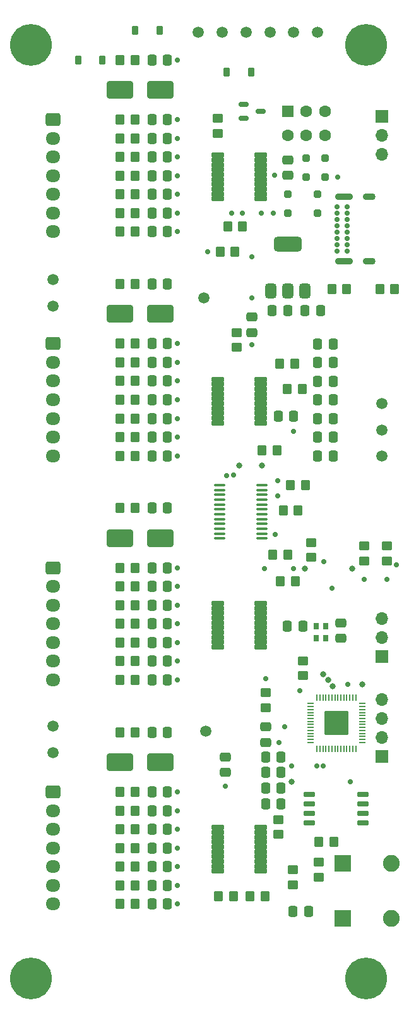
<source format=gbr>
%TF.GenerationSoftware,KiCad,Pcbnew,8.0.1*%
%TF.CreationDate,2024-04-24T01:01:48-07:00*%
%TF.ProjectId,BatteryTelemetry,42617474-6572-4795-9465-6c656d657472,rev?*%
%TF.SameCoordinates,Original*%
%TF.FileFunction,Soldermask,Top*%
%TF.FilePolarity,Negative*%
%FSLAX46Y46*%
G04 Gerber Fmt 4.6, Leading zero omitted, Abs format (unit mm)*
G04 Created by KiCad (PCBNEW 8.0.1) date 2024-04-24 01:01:48*
%MOMM*%
%LPD*%
G01*
G04 APERTURE LIST*
G04 Aperture macros list*
%AMRoundRect*
0 Rectangle with rounded corners*
0 $1 Rounding radius*
0 $2 $3 $4 $5 $6 $7 $8 $9 X,Y pos of 4 corners*
0 Add a 4 corners polygon primitive as box body*
4,1,4,$2,$3,$4,$5,$6,$7,$8,$9,$2,$3,0*
0 Add four circle primitives for the rounded corners*
1,1,$1+$1,$2,$3*
1,1,$1+$1,$4,$5*
1,1,$1+$1,$6,$7*
1,1,$1+$1,$8,$9*
0 Add four rect primitives between the rounded corners*
20,1,$1+$1,$2,$3,$4,$5,0*
20,1,$1+$1,$4,$5,$6,$7,0*
20,1,$1+$1,$6,$7,$8,$9,0*
20,1,$1+$1,$8,$9,$2,$3,0*%
G04 Aperture macros list end*
%ADD10RoundRect,0.250000X-0.475000X0.337500X-0.475000X-0.337500X0.475000X-0.337500X0.475000X0.337500X0*%
%ADD11RoundRect,0.250000X-0.337500X-0.475000X0.337500X-0.475000X0.337500X0.475000X-0.337500X0.475000X0*%
%ADD12RoundRect,0.375000X0.375000X-0.625000X0.375000X0.625000X-0.375000X0.625000X-0.375000X-0.625000X0*%
%ADD13RoundRect,0.500000X1.400000X-0.500000X1.400000X0.500000X-1.400000X0.500000X-1.400000X-0.500000X0*%
%ADD14RoundRect,0.250000X-0.350000X-0.450000X0.350000X-0.450000X0.350000X0.450000X-0.350000X0.450000X0*%
%ADD15C,5.600000*%
%ADD16RoundRect,0.250000X0.350000X0.450000X-0.350000X0.450000X-0.350000X-0.450000X0.350000X-0.450000X0*%
%ADD17C,1.500000*%
%ADD18RoundRect,0.100000X-0.637500X-0.100000X0.637500X-0.100000X0.637500X0.100000X-0.637500X0.100000X0*%
%ADD19RoundRect,0.150000X0.650000X0.150000X-0.650000X0.150000X-0.650000X-0.150000X0.650000X-0.150000X0*%
%ADD20RoundRect,0.102000X-0.785950X-0.203400X0.785950X-0.203400X0.785950X0.203400X-0.785950X0.203400X0*%
%ADD21RoundRect,0.250000X1.500000X0.900000X-1.500000X0.900000X-1.500000X-0.900000X1.500000X-0.900000X0*%
%ADD22RoundRect,0.250000X0.337500X0.475000X-0.337500X0.475000X-0.337500X-0.475000X0.337500X-0.475000X0*%
%ADD23RoundRect,0.250000X0.450000X-0.350000X0.450000X0.350000X-0.450000X0.350000X-0.450000X-0.350000X0*%
%ADD24RoundRect,0.225000X-0.225000X-0.375000X0.225000X-0.375000X0.225000X0.375000X-0.225000X0.375000X0*%
%ADD25RoundRect,0.250000X0.250000X-0.250000X0.250000X0.250000X-0.250000X0.250000X-0.250000X-0.250000X0*%
%ADD26RoundRect,0.250000X-0.725000X0.600000X-0.725000X-0.600000X0.725000X-0.600000X0.725000X0.600000X0*%
%ADD27O,1.950000X1.700000*%
%ADD28RoundRect,0.150000X-0.512500X-0.150000X0.512500X-0.150000X0.512500X0.150000X-0.512500X0.150000X0*%
%ADD29R,2.250000X2.250000*%
%ADD30C,2.250000*%
%ADD31RoundRect,0.250000X0.475000X-0.337500X0.475000X0.337500X-0.475000X0.337500X-0.475000X-0.337500X0*%
%ADD32RoundRect,0.250000X-0.250000X0.250000X-0.250000X-0.250000X0.250000X-0.250000X0.250000X0.250000X0*%
%ADD33RoundRect,0.250000X-0.450000X0.350000X-0.450000X-0.350000X0.450000X-0.350000X0.450000X0.350000X0*%
%ADD34R,1.700000X1.700000*%
%ADD35O,1.700000X1.700000*%
%ADD36RoundRect,0.050000X0.387500X0.050000X-0.387500X0.050000X-0.387500X-0.050000X0.387500X-0.050000X0*%
%ADD37RoundRect,0.050000X0.050000X0.387500X-0.050000X0.387500X-0.050000X-0.387500X0.050000X-0.387500X0*%
%ADD38RoundRect,0.144000X1.456000X1.456000X-1.456000X1.456000X-1.456000X-1.456000X1.456000X-1.456000X0*%
%ADD39R,1.600000X1.600000*%
%ADD40C,1.600000*%
%ADD41RoundRect,0.225000X0.225000X0.375000X-0.225000X0.375000X-0.225000X-0.375000X0.225000X-0.375000X0*%
%ADD42C,0.700000*%
%ADD43O,2.400000X0.900000*%
%ADD44O,1.700000X0.900000*%
%ADD45R,0.800000X0.900000*%
%ADD46C,0.711200*%
%ADD47C,0.800000*%
G04 APERTURE END LIST*
D10*
%TO.C,C50*%
X59700000Y-66425000D03*
X59700000Y-68500000D03*
%TD*%
D11*
%TO.C,C21*%
X46275000Y-115000000D03*
X48350000Y-115000000D03*
%TD*%
D12*
%TO.C,U2*%
X62175000Y-62950000D03*
X64475000Y-62950000D03*
D13*
X64475000Y-56650000D03*
D12*
X66775000Y-62950000D03*
%TD*%
D14*
%TO.C,R6*%
X42000000Y-52500000D03*
X44000000Y-52500000D03*
%TD*%
D11*
%TO.C,C9*%
X46275000Y-72500000D03*
X48350000Y-72500000D03*
%TD*%
D15*
%TO.C,H4*%
X75000000Y-155000000D03*
%TD*%
D16*
%TO.C,R43*%
X70675000Y-136675000D03*
X68675000Y-136675000D03*
%TD*%
D17*
%TO.C,TP6*%
X68490000Y-28300000D03*
%TD*%
D14*
%TO.C,R15*%
X42000000Y-100000000D03*
X44000000Y-100000000D03*
%TD*%
D17*
%TO.C,TP3*%
X58905000Y-28300000D03*
%TD*%
D16*
%TO.C,R47*%
X65425000Y-72650000D03*
X63425000Y-72650000D03*
%TD*%
D18*
%TO.C,U4*%
X55325000Y-88925000D03*
X55325000Y-89575000D03*
X55325000Y-90225000D03*
X55325000Y-90875000D03*
X55325000Y-91525000D03*
X55325000Y-92175000D03*
X55325000Y-92825000D03*
X55325000Y-93475000D03*
X55325000Y-94125000D03*
X55325000Y-94775000D03*
X55325000Y-95425000D03*
X55325000Y-96075000D03*
X61050000Y-96075000D03*
X61050000Y-95425000D03*
X61050000Y-94775000D03*
X61050000Y-94125000D03*
X61050000Y-93475000D03*
X61050000Y-92825000D03*
X61050000Y-92175000D03*
X61050000Y-91525000D03*
X61050000Y-90875000D03*
X61050000Y-90225000D03*
X61050000Y-89575000D03*
X61050000Y-88925000D03*
%TD*%
D19*
%TO.C,U3*%
X74612500Y-134165000D03*
X74612500Y-132895000D03*
X74612500Y-131625000D03*
X74612500Y-130355000D03*
X67412500Y-130355000D03*
X67412500Y-131625000D03*
X67412500Y-132895000D03*
X67412500Y-134165000D03*
%TD*%
D17*
%TO.C,TP4*%
X62100000Y-28300000D03*
%TD*%
D20*
%TO.C,IC3*%
X55128300Y-104765000D03*
X55128300Y-105415000D03*
X55128300Y-106065000D03*
X55128300Y-106715000D03*
X55128300Y-107365000D03*
X55128300Y-108015000D03*
X55128300Y-108665000D03*
X55128300Y-109315000D03*
X55128300Y-109965000D03*
X55128300Y-110615000D03*
X60871700Y-110615000D03*
X60871700Y-109965000D03*
X60871700Y-109315000D03*
X60871700Y-108665000D03*
X60871700Y-108015000D03*
X60871700Y-107365000D03*
X60871700Y-106715000D03*
X60871700Y-106065000D03*
X60871700Y-105415000D03*
X60871700Y-104765000D03*
%TD*%
D21*
%TO.C,D13*%
X47400000Y-126000000D03*
X42000000Y-126000000D03*
%TD*%
D14*
%TO.C,R31*%
X42000000Y-62000000D03*
X44000000Y-62000000D03*
%TD*%
D22*
%TO.C,C47*%
X63600000Y-129450000D03*
X61525000Y-129450000D03*
%TD*%
D16*
%TO.C,R45*%
X57425000Y-57725000D03*
X55425000Y-57725000D03*
%TD*%
D14*
%TO.C,R22*%
X42000000Y-130000000D03*
X44000000Y-130000000D03*
%TD*%
%TO.C,R18*%
X42000000Y-107500000D03*
X44000000Y-107500000D03*
%TD*%
%TO.C,R1*%
X42000000Y-40000000D03*
X44000000Y-40000000D03*
%TD*%
D11*
%TO.C,C34*%
X66787500Y-65575000D03*
X68862500Y-65575000D03*
%TD*%
D17*
%TO.C,TP1*%
X52515000Y-28300000D03*
%TD*%
D14*
%TO.C,R17*%
X42000000Y-105000000D03*
X44000000Y-105000000D03*
%TD*%
D11*
%TO.C,C8*%
X46275000Y-70000000D03*
X48350000Y-70000000D03*
%TD*%
%TO.C,C25*%
X46275000Y-137500000D03*
X48350000Y-137500000D03*
%TD*%
D23*
%TO.C,R54*%
X67600000Y-98600000D03*
X67600000Y-96600000D03*
%TD*%
D10*
%TO.C,C52*%
X56100000Y-125300000D03*
X56100000Y-127375000D03*
%TD*%
D11*
%TO.C,C39*%
X68500000Y-75025000D03*
X70575000Y-75025000D03*
%TD*%
D14*
%TO.C,R32*%
X42000000Y-92000000D03*
X44000000Y-92000000D03*
%TD*%
D11*
%TO.C,C40*%
X68500000Y-77525000D03*
X70575000Y-77525000D03*
%TD*%
%TO.C,C43*%
X68500000Y-85025000D03*
X70575000Y-85025000D03*
%TD*%
D24*
%TO.C,D1*%
X44000000Y-28075000D03*
X47300000Y-28075000D03*
%TD*%
D14*
%TO.C,R9*%
X42000000Y-72500000D03*
X44000000Y-72500000D03*
%TD*%
D11*
%TO.C,C16*%
X46275000Y-102500000D03*
X48350000Y-102500000D03*
%TD*%
%TO.C,C36*%
X65200000Y-146000000D03*
X67275000Y-146000000D03*
%TD*%
D14*
%TO.C,R24*%
X42000000Y-135000000D03*
X44000000Y-135000000D03*
%TD*%
D25*
%TO.C,D5*%
X69475000Y-47675000D03*
X69475000Y-45175000D03*
%TD*%
D26*
%TO.C,J4*%
X33000000Y-130000000D03*
D27*
X33000000Y-132500000D03*
X33000000Y-135000000D03*
X33000000Y-137500000D03*
X33000000Y-140000000D03*
X33000000Y-142500000D03*
X33000000Y-145000000D03*
%TD*%
D11*
%TO.C,C10*%
X46275000Y-75000000D03*
X48350000Y-75000000D03*
%TD*%
D15*
%TO.C,H3*%
X30000000Y-155000000D03*
%TD*%
D11*
%TO.C,C17*%
X46275000Y-105000000D03*
X48350000Y-105000000D03*
%TD*%
D23*
%TO.C,R55*%
X61500000Y-118700000D03*
X61500000Y-116700000D03*
%TD*%
D11*
%TO.C,C5*%
X46275000Y-50000000D03*
X48350000Y-50000000D03*
%TD*%
D21*
%TO.C,D10*%
X47400000Y-36000000D03*
X42000000Y-36000000D03*
%TD*%
D14*
%TO.C,R36*%
X63875000Y-92275000D03*
X65875000Y-92275000D03*
%TD*%
D11*
%TO.C,C31*%
X46275000Y-62000000D03*
X48350000Y-62000000D03*
%TD*%
D14*
%TO.C,R23*%
X42000000Y-132500000D03*
X44000000Y-132500000D03*
%TD*%
D16*
%TO.C,R48*%
X65475000Y-101800000D03*
X63475000Y-101800000D03*
%TD*%
D14*
%TO.C,R30*%
X42000000Y-32000000D03*
X44000000Y-32000000D03*
%TD*%
D17*
%TO.C,TP13*%
X77100000Y-77975000D03*
%TD*%
D21*
%TO.C,D11*%
X47400000Y-66000000D03*
X42000000Y-66000000D03*
%TD*%
D11*
%TO.C,C11*%
X46275000Y-77500000D03*
X48350000Y-77500000D03*
%TD*%
D28*
%TO.C,Q1*%
X58596700Y-37950000D03*
X58596700Y-39850000D03*
X60871700Y-38900000D03*
%TD*%
D11*
%TO.C,C14*%
X46275000Y-85000000D03*
X48350000Y-85000000D03*
%TD*%
D25*
%TO.C,D6*%
X66975000Y-47675000D03*
X66975000Y-45175000D03*
%TD*%
D17*
%TO.C,TP9*%
X33000000Y-121175000D03*
%TD*%
D14*
%TO.C,R12*%
X42000000Y-80000000D03*
X44000000Y-80000000D03*
%TD*%
%TO.C,R13*%
X42000000Y-82500000D03*
X44000000Y-82500000D03*
%TD*%
%TO.C,R10*%
X42000000Y-75000000D03*
X44000000Y-75000000D03*
%TD*%
%TO.C,R11*%
X42000000Y-77500000D03*
X44000000Y-77500000D03*
%TD*%
D11*
%TO.C,C37*%
X68500000Y-70025000D03*
X70575000Y-70025000D03*
%TD*%
D29*
%TO.C,SW2*%
X71875000Y-139600000D03*
D30*
X78375000Y-139600000D03*
%TD*%
D31*
%TO.C,C49*%
X71612500Y-109425000D03*
X71612500Y-107350000D03*
%TD*%
D16*
%TO.C,R46*%
X66425000Y-76065000D03*
X64425000Y-76065000D03*
%TD*%
D32*
%TO.C,D7*%
X64475000Y-50000000D03*
X64475000Y-52500000D03*
%TD*%
D33*
%TO.C,R29*%
X55128300Y-39850000D03*
X55128300Y-41850000D03*
%TD*%
D23*
%TO.C,R52*%
X65200000Y-142400000D03*
X65200000Y-140400000D03*
%TD*%
D15*
%TO.C,H2*%
X75000000Y-30000000D03*
%TD*%
D14*
%TO.C,R38*%
X70400000Y-62700000D03*
X72400000Y-62700000D03*
%TD*%
D34*
%TO.C,J6*%
X77075000Y-125275000D03*
D35*
X77075000Y-122735000D03*
X77075000Y-120195000D03*
X77075000Y-117655000D03*
%TD*%
D14*
%TO.C,R14*%
X42000000Y-85000000D03*
X44000000Y-85000000D03*
%TD*%
D36*
%TO.C,U1*%
X74450000Y-123375000D03*
X74450000Y-122975000D03*
X74450000Y-122575000D03*
X74450000Y-122175000D03*
X74450000Y-121775000D03*
X74450000Y-121375000D03*
X74450000Y-120975000D03*
X74450000Y-120575000D03*
X74450000Y-120175000D03*
X74450000Y-119775000D03*
X74450000Y-119375000D03*
X74450000Y-118975000D03*
X74450000Y-118575000D03*
X74450000Y-118175000D03*
D37*
X73612500Y-117337500D03*
X73212500Y-117337500D03*
X72812500Y-117337500D03*
X72412500Y-117337500D03*
X72012500Y-117337500D03*
X71612500Y-117337500D03*
X71212500Y-117337500D03*
X70812500Y-117337500D03*
X70412500Y-117337500D03*
X70012500Y-117337500D03*
X69612500Y-117337500D03*
X69212500Y-117337500D03*
X68812500Y-117337500D03*
X68412500Y-117337500D03*
D36*
X67575000Y-118175000D03*
X67575000Y-118575000D03*
X67575000Y-118975000D03*
X67575000Y-119375000D03*
X67575000Y-119775000D03*
X67575000Y-120175000D03*
X67575000Y-120575000D03*
X67575000Y-120975000D03*
X67575000Y-121375000D03*
X67575000Y-121775000D03*
X67575000Y-122175000D03*
X67575000Y-122575000D03*
X67575000Y-122975000D03*
X67575000Y-123375000D03*
D37*
X68412500Y-124212500D03*
X68812500Y-124212500D03*
X69212500Y-124212500D03*
X69612500Y-124212500D03*
X70012500Y-124212500D03*
X70412500Y-124212500D03*
X70812500Y-124212500D03*
X71212500Y-124212500D03*
X71612500Y-124212500D03*
X72012500Y-124212500D03*
X72412500Y-124212500D03*
X72812500Y-124212500D03*
X73212500Y-124212500D03*
X73612500Y-124212500D03*
D38*
X71012500Y-120775000D03*
%TD*%
D33*
%TO.C,R39*%
X77775000Y-97050000D03*
X77775000Y-99050000D03*
%TD*%
D14*
%TO.C,R37*%
X76850000Y-62700000D03*
X78850000Y-62700000D03*
%TD*%
D23*
%TO.C,R53*%
X57600000Y-70500000D03*
X57600000Y-68500000D03*
%TD*%
D11*
%TO.C,C6*%
X46275000Y-52500000D03*
X48350000Y-52500000D03*
%TD*%
D14*
%TO.C,R20*%
X42000000Y-112500000D03*
X44000000Y-112500000D03*
%TD*%
D20*
%TO.C,IC1*%
X55128300Y-44765000D03*
X55128300Y-45415000D03*
X55128300Y-46065000D03*
X55128300Y-46715000D03*
X55128300Y-47365000D03*
X55128300Y-48015000D03*
X55128300Y-48665000D03*
X55128300Y-49315000D03*
X55128300Y-49965000D03*
X55128300Y-50615000D03*
X60871700Y-50615000D03*
X60871700Y-49965000D03*
X60871700Y-49315000D03*
X60871700Y-48665000D03*
X60871700Y-48015000D03*
X60871700Y-47365000D03*
X60871700Y-46715000D03*
X60871700Y-46065000D03*
X60871700Y-45415000D03*
X60871700Y-44765000D03*
%TD*%
D11*
%TO.C,C19*%
X46275000Y-110000000D03*
X48350000Y-110000000D03*
%TD*%
D15*
%TO.C,H1*%
X30000000Y-30000000D03*
%TD*%
D11*
%TO.C,C33*%
X46275000Y-122000000D03*
X48350000Y-122000000D03*
%TD*%
D39*
%TO.C,SW3*%
X64475000Y-38900000D03*
D40*
X66975000Y-38900000D03*
X69475000Y-38900000D03*
X64475000Y-42100000D03*
X66975000Y-42100000D03*
X69475000Y-42100000D03*
%TD*%
D14*
%TO.C,R28*%
X42000000Y-145000000D03*
X44000000Y-145000000D03*
%TD*%
D23*
%TO.C,R40*%
X74775000Y-99050000D03*
X74775000Y-97050000D03*
%TD*%
D11*
%TO.C,C28*%
X46275000Y-145000000D03*
X48350000Y-145000000D03*
%TD*%
D16*
%TO.C,R49*%
X64475000Y-98250000D03*
X62475000Y-98250000D03*
%TD*%
D21*
%TO.C,D12*%
X47400000Y-96000000D03*
X42000000Y-96000000D03*
%TD*%
D14*
%TO.C,R4*%
X42000000Y-47525000D03*
X44000000Y-47525000D03*
%TD*%
D23*
%TO.C,R42*%
X66500000Y-114450000D03*
X66500000Y-112450000D03*
%TD*%
D17*
%TO.C,TP15*%
X77100000Y-85075000D03*
%TD*%
D32*
%TO.C,D4*%
X68475000Y-50000000D03*
X68475000Y-52500000D03*
%TD*%
D14*
%TO.C,R3*%
X42000000Y-45000000D03*
X44000000Y-45000000D03*
%TD*%
D23*
%TO.C,R41*%
X68675000Y-141425000D03*
X68675000Y-139425000D03*
%TD*%
D17*
%TO.C,TP8*%
X33000000Y-64950000D03*
%TD*%
D11*
%TO.C,C41*%
X68500000Y-80025000D03*
X70575000Y-80025000D03*
%TD*%
%TO.C,C15*%
X46275000Y-100000000D03*
X48350000Y-100000000D03*
%TD*%
D17*
%TO.C,TP2*%
X55710000Y-28300000D03*
%TD*%
D11*
%TO.C,C27*%
X46275000Y-142500000D03*
X48350000Y-142500000D03*
%TD*%
D20*
%TO.C,IC4*%
X55128300Y-134765000D03*
X55128300Y-135415000D03*
X55128300Y-136065000D03*
X55128300Y-136715000D03*
X55128300Y-137365000D03*
X55128300Y-138015000D03*
X55128300Y-138665000D03*
X55128300Y-139315000D03*
X55128300Y-139965000D03*
X55128300Y-140615000D03*
X60871700Y-140615000D03*
X60871700Y-139965000D03*
X60871700Y-139315000D03*
X60871700Y-138665000D03*
X60871700Y-138015000D03*
X60871700Y-137365000D03*
X60871700Y-136715000D03*
X60871700Y-136065000D03*
X60871700Y-135415000D03*
X60871700Y-134765000D03*
%TD*%
D14*
%TO.C,R35*%
X64875000Y-88925000D03*
X66875000Y-88925000D03*
%TD*%
D41*
%TO.C,D2*%
X39650000Y-32000000D03*
X36350000Y-32000000D03*
%TD*%
D11*
%TO.C,C1*%
X46275000Y-40000000D03*
X48350000Y-40000000D03*
%TD*%
D14*
%TO.C,R27*%
X42000000Y-142500000D03*
X44000000Y-142500000D03*
%TD*%
D11*
%TO.C,C23*%
X46275000Y-132500000D03*
X48350000Y-132500000D03*
%TD*%
D17*
%TO.C,TP12*%
X53525000Y-121850000D03*
%TD*%
D42*
%TO.C,J5*%
X71075000Y-57600000D03*
X71075000Y-56750000D03*
X71075000Y-55900000D03*
X71075000Y-55050000D03*
X71075000Y-54200000D03*
X71075000Y-53350000D03*
X71075000Y-52500000D03*
X71075000Y-51650000D03*
X72425000Y-51650000D03*
X72425000Y-52500000D03*
X72425000Y-53350000D03*
X72425000Y-54200000D03*
X72425000Y-55050000D03*
X72425000Y-55900000D03*
X72425000Y-56750000D03*
X72425000Y-57600000D03*
D43*
X72055000Y-58950000D03*
D44*
X75435000Y-58950000D03*
D43*
X72055000Y-50300000D03*
D44*
X75435000Y-50300000D03*
%TD*%
D17*
%TO.C,TP10*%
X33000000Y-124725000D03*
%TD*%
D33*
%TO.C,R56*%
X63200000Y-133700000D03*
X63200000Y-135700000D03*
%TD*%
D22*
%TO.C,C45*%
X63600000Y-127375000D03*
X61525000Y-127375000D03*
%TD*%
D14*
%TO.C,R34*%
X61050000Y-84250000D03*
X63050000Y-84250000D03*
%TD*%
D11*
%TO.C,C12*%
X46275000Y-80000000D03*
X48350000Y-80000000D03*
%TD*%
D14*
%TO.C,R25*%
X42000000Y-137500000D03*
X44000000Y-137500000D03*
%TD*%
%TO.C,R19*%
X42000000Y-110000000D03*
X44000000Y-110000000D03*
%TD*%
D11*
%TO.C,C13*%
X46275000Y-82500000D03*
X48350000Y-82500000D03*
%TD*%
%TO.C,C18*%
X46275000Y-107500000D03*
X48350000Y-107500000D03*
%TD*%
D17*
%TO.C,TP7*%
X33000000Y-61400000D03*
%TD*%
D20*
%TO.C,IC2*%
X55128300Y-74765000D03*
X55128300Y-75415000D03*
X55128300Y-76065000D03*
X55128300Y-76715000D03*
X55128300Y-77365000D03*
X55128300Y-78015000D03*
X55128300Y-78665000D03*
X55128300Y-79315000D03*
X55128300Y-79965000D03*
X55128300Y-80615000D03*
X60871700Y-80615000D03*
X60871700Y-79965000D03*
X60871700Y-79315000D03*
X60871700Y-78665000D03*
X60871700Y-78015000D03*
X60871700Y-77365000D03*
X60871700Y-76715000D03*
X60871700Y-76065000D03*
X60871700Y-75415000D03*
X60871700Y-74765000D03*
%TD*%
D14*
%TO.C,R5*%
X42000000Y-50000000D03*
X44000000Y-50000000D03*
%TD*%
D22*
%TO.C,C35*%
X64475000Y-65575000D03*
X62400000Y-65575000D03*
%TD*%
D26*
%TO.C,J1*%
X33000000Y-40000000D03*
D27*
X33000000Y-42500000D03*
X33000000Y-45000000D03*
X33000000Y-47500000D03*
X33000000Y-50000000D03*
X33000000Y-52500000D03*
X33000000Y-55000000D03*
%TD*%
D34*
%TO.C,J8*%
X77100000Y-39560000D03*
D35*
X77100000Y-42100000D03*
X77100000Y-44640000D03*
%TD*%
D10*
%TO.C,C46*%
X61525000Y-121300000D03*
X61525000Y-123375000D03*
%TD*%
D16*
%TO.C,R44*%
X58425000Y-54300000D03*
X56425000Y-54300000D03*
%TD*%
D14*
%TO.C,R7*%
X42000000Y-55000000D03*
X44000000Y-55000000D03*
%TD*%
D22*
%TO.C,C53*%
X63600000Y-131600000D03*
X61525000Y-131600000D03*
%TD*%
D11*
%TO.C,C2*%
X46275000Y-42500000D03*
X48350000Y-42500000D03*
%TD*%
%TO.C,C7*%
X46275000Y-55000000D03*
X48350000Y-55000000D03*
%TD*%
%TO.C,C30*%
X46275000Y-32000000D03*
X48350000Y-32000000D03*
%TD*%
%TO.C,C51*%
X63225000Y-79700000D03*
X65300000Y-79700000D03*
%TD*%
D26*
%TO.C,J3*%
X33000000Y-100000000D03*
D27*
X33000000Y-102500000D03*
X33000000Y-105000000D03*
X33000000Y-107500000D03*
X33000000Y-110000000D03*
X33000000Y-112500000D03*
X33000000Y-115000000D03*
%TD*%
D26*
%TO.C,J2*%
X33000000Y-70000000D03*
D27*
X33000000Y-72500000D03*
X33000000Y-75000000D03*
X33000000Y-77500000D03*
X33000000Y-80000000D03*
X33000000Y-82500000D03*
X33000000Y-85000000D03*
%TD*%
D17*
%TO.C,TP5*%
X65295000Y-28300000D03*
%TD*%
%TO.C,TP14*%
X77100000Y-81525000D03*
%TD*%
D11*
%TO.C,C20*%
X46275000Y-112500000D03*
X48350000Y-112500000D03*
%TD*%
D22*
%TO.C,C48*%
X66500000Y-107775000D03*
X64425000Y-107775000D03*
%TD*%
D41*
%TO.C,D3*%
X59584200Y-33650000D03*
X56284200Y-33650000D03*
%TD*%
D11*
%TO.C,C24*%
X46275000Y-135000000D03*
X48350000Y-135000000D03*
%TD*%
D16*
%TO.C,R51*%
X57200000Y-144000000D03*
X55200000Y-144000000D03*
%TD*%
D14*
%TO.C,R2*%
X42000000Y-42500000D03*
X44000000Y-42500000D03*
%TD*%
%TO.C,R21*%
X42000000Y-115000000D03*
X44000000Y-115000000D03*
%TD*%
D11*
%TO.C,C38*%
X68500000Y-72525000D03*
X70575000Y-72525000D03*
%TD*%
%TO.C,C3*%
X46275000Y-45000000D03*
X48350000Y-45000000D03*
%TD*%
%TO.C,C26*%
X46275000Y-140000000D03*
X48350000Y-140000000D03*
%TD*%
D34*
%TO.C,J7*%
X77075000Y-111850000D03*
D35*
X77075000Y-109310000D03*
X77075000Y-106770000D03*
%TD*%
D16*
%TO.C,R50*%
X61446700Y-144000000D03*
X59446700Y-144000000D03*
%TD*%
D11*
%TO.C,C32*%
X46275000Y-92000000D03*
X48350000Y-92000000D03*
%TD*%
%TO.C,C22*%
X46275000Y-130000000D03*
X48350000Y-130000000D03*
%TD*%
D17*
%TO.C,TP11*%
X53250000Y-63875000D03*
%TD*%
D45*
%TO.C,Y1*%
X69600000Y-109425000D03*
X69600000Y-107775000D03*
X68350000Y-107775000D03*
X68350000Y-109425000D03*
%TD*%
D29*
%TO.C,SW1*%
X71875000Y-146925000D03*
D30*
X78375000Y-146925000D03*
%TD*%
D22*
%TO.C,C44*%
X63600000Y-125350000D03*
X61525000Y-125350000D03*
%TD*%
D10*
%TO.C,C29*%
X64475000Y-45400000D03*
X64475000Y-47475000D03*
%TD*%
D11*
%TO.C,C42*%
X68500000Y-82525000D03*
X70575000Y-82525000D03*
%TD*%
D14*
%TO.C,R33*%
X42000000Y-122000000D03*
X44000000Y-122000000D03*
%TD*%
%TO.C,R26*%
X42000000Y-140000000D03*
X44000000Y-140000000D03*
%TD*%
%TO.C,R16*%
X42000000Y-102500000D03*
X44000000Y-102500000D03*
%TD*%
%TO.C,R8*%
X42000000Y-70000000D03*
X44000000Y-70000000D03*
%TD*%
D11*
%TO.C,C4*%
X46275000Y-47525000D03*
X48350000Y-47525000D03*
%TD*%
D46*
X66075000Y-116475000D03*
D42*
X60950000Y-52500000D03*
X65000000Y-126562394D03*
D47*
X73169975Y-100075000D03*
D42*
X58425000Y-52500000D03*
D46*
X64050000Y-121300000D03*
D47*
X65000000Y-128675000D03*
X66750000Y-100075000D03*
D46*
X49650000Y-42500000D03*
X59700000Y-70100000D03*
X49650000Y-137500000D03*
X65300000Y-81700000D03*
X56100000Y-129200000D03*
X49650000Y-110000000D03*
X49650000Y-132500000D03*
X49650000Y-40000000D03*
X49650000Y-140000000D03*
X70400000Y-102750000D03*
X49650000Y-102500000D03*
X62825000Y-95500000D03*
X49650000Y-105000000D03*
X49650000Y-130000000D03*
X56250000Y-87650000D03*
X49650000Y-107500000D03*
X49650000Y-45000000D03*
X49650000Y-47525000D03*
X49650000Y-115000000D03*
X49650000Y-72500000D03*
X79100000Y-99625000D03*
X49650000Y-55000000D03*
X49650000Y-85000000D03*
X49650000Y-77500000D03*
X49650000Y-135000000D03*
X49650000Y-82500000D03*
X49650000Y-80000000D03*
X49650000Y-50000000D03*
X49650000Y-100000000D03*
X49650000Y-32000000D03*
X49650000Y-145000000D03*
X63300000Y-123375000D03*
X49650000Y-70000000D03*
X72900000Y-128625000D03*
X62700000Y-47475000D03*
X49650000Y-75000000D03*
D42*
X72562500Y-115600000D03*
D46*
X49650000Y-142500000D03*
X49650000Y-112500000D03*
X49650000Y-52500000D03*
X71150000Y-47675000D03*
X62575000Y-52500000D03*
X59700000Y-63875000D03*
X59700000Y-58400000D03*
X56950000Y-52500000D03*
X53775000Y-57725000D03*
X61500000Y-114800000D03*
D47*
X70506323Y-115860929D03*
X69936467Y-115039181D03*
D46*
X63125000Y-90400000D03*
X63125000Y-88375000D03*
D47*
X69236467Y-114225000D03*
D42*
X77775000Y-101550000D03*
X69281250Y-126562394D03*
X74775000Y-101550000D03*
X68368154Y-126562394D03*
D47*
X57950000Y-86300000D03*
X74450000Y-115600668D03*
X61050000Y-86325000D03*
D46*
X61350000Y-100075000D03*
X65275000Y-100075000D03*
X57200000Y-87600000D03*
D42*
X69300000Y-99200000D03*
M02*

</source>
